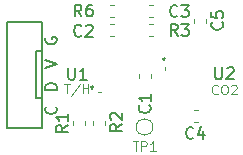
<source format=gto>
G04 #@! TF.GenerationSoftware,KiCad,Pcbnew,(5.1.2)-1*
G04 #@! TF.CreationDate,2020-06-14T00:48:43+09:00*
G04 #@! TF.ProjectId,es,65732e6b-6963-4616-945f-706362585858,v1.0*
G04 #@! TF.SameCoordinates,Original*
G04 #@! TF.FileFunction,Legend,Top*
G04 #@! TF.FilePolarity,Positive*
%FSLAX46Y46*%
G04 Gerber Fmt 4.6, Leading zero omitted, Abs format (unit mm)*
G04 Created by KiCad (PCBNEW (5.1.2)-1) date 2020-06-14 00:48:43*
%MOMM*%
%LPD*%
G04 APERTURE LIST*
%ADD10C,0.120000*%
%ADD11C,0.150000*%
%ADD12C,0.100000*%
%ADD13R,0.352000X0.602000*%
%ADD14R,0.602000X0.352000*%
%ADD15C,0.977000*%
%ADD16C,1.102000*%
%ADD17O,1.902000X1.626000*%
G04 APERTURE END LIST*
D10*
X155373333Y-108771904D02*
X155830476Y-108771904D01*
X155601904Y-109571904D02*
X155601904Y-108771904D01*
X156668571Y-108733809D02*
X155982857Y-109762380D01*
X156935238Y-109571904D02*
X156935238Y-108771904D01*
X156935238Y-109152857D02*
X157392380Y-109152857D01*
X157392380Y-109571904D02*
X157392380Y-108771904D01*
X168367619Y-109585714D02*
X168329523Y-109623809D01*
X168215238Y-109661904D01*
X168139047Y-109661904D01*
X168024761Y-109623809D01*
X167948571Y-109547619D01*
X167910476Y-109471428D01*
X167872380Y-109319047D01*
X167872380Y-109204761D01*
X167910476Y-109052380D01*
X167948571Y-108976190D01*
X168024761Y-108900000D01*
X168139047Y-108861904D01*
X168215238Y-108861904D01*
X168329523Y-108900000D01*
X168367619Y-108938095D01*
X168862857Y-108861904D02*
X169015238Y-108861904D01*
X169091428Y-108900000D01*
X169167619Y-108976190D01*
X169205714Y-109128571D01*
X169205714Y-109395238D01*
X169167619Y-109547619D01*
X169091428Y-109623809D01*
X169015238Y-109661904D01*
X168862857Y-109661904D01*
X168786666Y-109623809D01*
X168710476Y-109547619D01*
X168672380Y-109395238D01*
X168672380Y-109128571D01*
X168710476Y-108976190D01*
X168786666Y-108900000D01*
X168862857Y-108861904D01*
X169510476Y-108938095D02*
X169548571Y-108900000D01*
X169624761Y-108861904D01*
X169815238Y-108861904D01*
X169891428Y-108900000D01*
X169929523Y-108938095D01*
X169967619Y-109014285D01*
X169967619Y-109090476D01*
X169929523Y-109204761D01*
X169472380Y-109661904D01*
X169967619Y-109661904D01*
D11*
X157720000Y-108964285D02*
X157815238Y-109059523D01*
X157720000Y-109154761D01*
X157624761Y-109059523D01*
X157720000Y-108964285D01*
X157720000Y-109154761D01*
X163800000Y-106544285D02*
X163895238Y-106639523D01*
X163800000Y-106734761D01*
X163704761Y-106639523D01*
X163800000Y-106544285D01*
X163800000Y-106734761D01*
D10*
X163910000Y-107350000D02*
X163910000Y-107550000D01*
X159249221Y-103110000D02*
X159574779Y-103110000D01*
X159249221Y-102090000D02*
X159574779Y-102090000D01*
X158820000Y-112264779D02*
X158820000Y-111939221D01*
X157800000Y-112264779D02*
X157800000Y-111939221D01*
X157120000Y-112264779D02*
X157120000Y-111939221D01*
X156100000Y-112264779D02*
X156100000Y-111939221D01*
X158260000Y-109490000D02*
X158460000Y-109490000D01*
X162870000Y-112420000D02*
G75*
G03X162870000Y-112420000I-700000J0D01*
G01*
X162587221Y-104750000D02*
X162912779Y-104750000D01*
X162587221Y-103730000D02*
X162912779Y-103730000D01*
D11*
X153500000Y-103500000D02*
X153500000Y-108000000D01*
X150500000Y-103500000D02*
X153500000Y-103500000D01*
X150500000Y-112500000D02*
X150500000Y-103500000D01*
X153500000Y-112500000D02*
X150500000Y-112500000D01*
X153500000Y-108000000D02*
X153500000Y-112500000D01*
X153000000Y-110000000D02*
X153500000Y-110000000D01*
X153000000Y-106000000D02*
X153000000Y-110000000D01*
X153500000Y-106000000D02*
X153000000Y-106000000D01*
D10*
X167410000Y-103574779D02*
X167410000Y-103249221D01*
X166390000Y-103574779D02*
X166390000Y-103249221D01*
X166345221Y-112010000D02*
X166670779Y-112010000D01*
X166345221Y-110990000D02*
X166670779Y-110990000D01*
X162910779Y-102090000D02*
X162585221Y-102090000D01*
X162910779Y-103110000D02*
X162585221Y-103110000D01*
X159574779Y-103730000D02*
X159249221Y-103730000D01*
X159574779Y-104750000D02*
X159249221Y-104750000D01*
X162760000Y-108272779D02*
X162760000Y-107947221D01*
X161740000Y-108272779D02*
X161740000Y-107947221D01*
D11*
X168158095Y-107362380D02*
X168158095Y-108171904D01*
X168205714Y-108267142D01*
X168253333Y-108314761D01*
X168348571Y-108362380D01*
X168539047Y-108362380D01*
X168634285Y-108314761D01*
X168681904Y-108267142D01*
X168729523Y-108171904D01*
X168729523Y-107362380D01*
X169158095Y-107457619D02*
X169205714Y-107410000D01*
X169300952Y-107362380D01*
X169539047Y-107362380D01*
X169634285Y-107410000D01*
X169681904Y-107457619D01*
X169729523Y-107552857D01*
X169729523Y-107648095D01*
X169681904Y-107790952D01*
X169110476Y-108362380D01*
X169729523Y-108362380D01*
X156832833Y-103052380D02*
X156499500Y-102576190D01*
X156261404Y-103052380D02*
X156261404Y-102052380D01*
X156642357Y-102052380D01*
X156737595Y-102100000D01*
X156785214Y-102147619D01*
X156832833Y-102242857D01*
X156832833Y-102385714D01*
X156785214Y-102480952D01*
X156737595Y-102528571D01*
X156642357Y-102576190D01*
X156261404Y-102576190D01*
X157689976Y-102052380D02*
X157499500Y-102052380D01*
X157404261Y-102100000D01*
X157356642Y-102147619D01*
X157261404Y-102290476D01*
X157213785Y-102480952D01*
X157213785Y-102861904D01*
X157261404Y-102957142D01*
X157309023Y-103004761D01*
X157404261Y-103052380D01*
X157594738Y-103052380D01*
X157689976Y-103004761D01*
X157737595Y-102957142D01*
X157785214Y-102861904D01*
X157785214Y-102623809D01*
X157737595Y-102528571D01*
X157689976Y-102480952D01*
X157594738Y-102433333D01*
X157404261Y-102433333D01*
X157309023Y-102480952D01*
X157261404Y-102528571D01*
X157213785Y-102623809D01*
X160252380Y-112166666D02*
X159776190Y-112500000D01*
X160252380Y-112738095D02*
X159252380Y-112738095D01*
X159252380Y-112357142D01*
X159300000Y-112261904D01*
X159347619Y-112214285D01*
X159442857Y-112166666D01*
X159585714Y-112166666D01*
X159680952Y-112214285D01*
X159728571Y-112261904D01*
X159776190Y-112357142D01*
X159776190Y-112738095D01*
X159347619Y-111785714D02*
X159300000Y-111738095D01*
X159252380Y-111642857D01*
X159252380Y-111404761D01*
X159300000Y-111309523D01*
X159347619Y-111261904D01*
X159442857Y-111214285D01*
X159538095Y-111214285D01*
X159680952Y-111261904D01*
X160252380Y-111833333D01*
X160252380Y-111214285D01*
X155662380Y-112266666D02*
X155186190Y-112600000D01*
X155662380Y-112838095D02*
X154662380Y-112838095D01*
X154662380Y-112457142D01*
X154710000Y-112361904D01*
X154757619Y-112314285D01*
X154852857Y-112266666D01*
X154995714Y-112266666D01*
X155090952Y-112314285D01*
X155138571Y-112361904D01*
X155186190Y-112457142D01*
X155186190Y-112838095D01*
X155662380Y-111314285D02*
X155662380Y-111885714D01*
X155662380Y-111600000D02*
X154662380Y-111600000D01*
X154805238Y-111695238D01*
X154900476Y-111790476D01*
X154948095Y-111885714D01*
X155718095Y-107412380D02*
X155718095Y-108221904D01*
X155765714Y-108317142D01*
X155813333Y-108364761D01*
X155908571Y-108412380D01*
X156099047Y-108412380D01*
X156194285Y-108364761D01*
X156241904Y-108317142D01*
X156289523Y-108221904D01*
X156289523Y-107412380D01*
X157289523Y-108412380D02*
X156718095Y-108412380D01*
X157003809Y-108412380D02*
X157003809Y-107412380D01*
X156908571Y-107555238D01*
X156813333Y-107650476D01*
X156718095Y-107698095D01*
D12*
X161190476Y-113621904D02*
X161647619Y-113621904D01*
X161419047Y-114421904D02*
X161419047Y-113621904D01*
X161914285Y-114421904D02*
X161914285Y-113621904D01*
X162219047Y-113621904D01*
X162295238Y-113660000D01*
X162333333Y-113698095D01*
X162371428Y-113774285D01*
X162371428Y-113888571D01*
X162333333Y-113964761D01*
X162295238Y-114002857D01*
X162219047Y-114040952D01*
X161914285Y-114040952D01*
X163133333Y-114421904D02*
X162676190Y-114421904D01*
X162904761Y-114421904D02*
X162904761Y-113621904D01*
X162828571Y-113736190D01*
X162752380Y-113812380D01*
X162676190Y-113850476D01*
D11*
X164963333Y-104712380D02*
X164630000Y-104236190D01*
X164391904Y-104712380D02*
X164391904Y-103712380D01*
X164772857Y-103712380D01*
X164868095Y-103760000D01*
X164915714Y-103807619D01*
X164963333Y-103902857D01*
X164963333Y-104045714D01*
X164915714Y-104140952D01*
X164868095Y-104188571D01*
X164772857Y-104236190D01*
X164391904Y-104236190D01*
X165296666Y-103712380D02*
X165915714Y-103712380D01*
X165582380Y-104093333D01*
X165725238Y-104093333D01*
X165820476Y-104140952D01*
X165868095Y-104188571D01*
X165915714Y-104283809D01*
X165915714Y-104521904D01*
X165868095Y-104617142D01*
X165820476Y-104664761D01*
X165725238Y-104712380D01*
X165439523Y-104712380D01*
X165344285Y-104664761D01*
X165296666Y-104617142D01*
X153800000Y-104838095D02*
X153752380Y-104933333D01*
X153752380Y-105076190D01*
X153800000Y-105219047D01*
X153895238Y-105314285D01*
X153990476Y-105361904D01*
X154180952Y-105409523D01*
X154323809Y-105409523D01*
X154514285Y-105361904D01*
X154609523Y-105314285D01*
X154704761Y-105219047D01*
X154752380Y-105076190D01*
X154752380Y-104980952D01*
X154704761Y-104838095D01*
X154657142Y-104790476D01*
X154323809Y-104790476D01*
X154323809Y-104980952D01*
X153752380Y-107433333D02*
X154752380Y-107100000D01*
X153752380Y-106766666D01*
X154752380Y-109261904D02*
X153752380Y-109261904D01*
X153752380Y-109023809D01*
X153800000Y-108880952D01*
X153895238Y-108785714D01*
X153990476Y-108738095D01*
X154180952Y-108690476D01*
X154323809Y-108690476D01*
X154514285Y-108738095D01*
X154609523Y-108785714D01*
X154704761Y-108880952D01*
X154752380Y-109023809D01*
X154752380Y-109261904D01*
X154657142Y-110690476D02*
X154704761Y-110738095D01*
X154752380Y-110880952D01*
X154752380Y-110976190D01*
X154704761Y-111119047D01*
X154609523Y-111214285D01*
X154514285Y-111261904D01*
X154323809Y-111309523D01*
X154180952Y-111309523D01*
X153990476Y-111261904D01*
X153895238Y-111214285D01*
X153800000Y-111119047D01*
X153752380Y-110976190D01*
X153752380Y-110880952D01*
X153800000Y-110738095D01*
X153847619Y-110690476D01*
X168727142Y-103541166D02*
X168774761Y-103588785D01*
X168822380Y-103731642D01*
X168822380Y-103826880D01*
X168774761Y-103969738D01*
X168679523Y-104064976D01*
X168584285Y-104112595D01*
X168393809Y-104160214D01*
X168250952Y-104160214D01*
X168060476Y-104112595D01*
X167965238Y-104064976D01*
X167870000Y-103969738D01*
X167822380Y-103826880D01*
X167822380Y-103731642D01*
X167870000Y-103588785D01*
X167917619Y-103541166D01*
X167822380Y-102636404D02*
X167822380Y-103112595D01*
X168298571Y-103160214D01*
X168250952Y-103112595D01*
X168203333Y-103017357D01*
X168203333Y-102779261D01*
X168250952Y-102684023D01*
X168298571Y-102636404D01*
X168393809Y-102588785D01*
X168631904Y-102588785D01*
X168727142Y-102636404D01*
X168774761Y-102684023D01*
X168822380Y-102779261D01*
X168822380Y-103017357D01*
X168774761Y-103112595D01*
X168727142Y-103160214D01*
X166303833Y-113317142D02*
X166256214Y-113364761D01*
X166113357Y-113412380D01*
X166018119Y-113412380D01*
X165875261Y-113364761D01*
X165780023Y-113269523D01*
X165732404Y-113174285D01*
X165684785Y-112983809D01*
X165684785Y-112840952D01*
X165732404Y-112650476D01*
X165780023Y-112555238D01*
X165875261Y-112460000D01*
X166018119Y-112412380D01*
X166113357Y-112412380D01*
X166256214Y-112460000D01*
X166303833Y-112507619D01*
X167160976Y-112745714D02*
X167160976Y-113412380D01*
X166922880Y-112364761D02*
X166684785Y-113079047D01*
X167303833Y-113079047D01*
X164943333Y-102997142D02*
X164895714Y-103044761D01*
X164752857Y-103092380D01*
X164657619Y-103092380D01*
X164514761Y-103044761D01*
X164419523Y-102949523D01*
X164371904Y-102854285D01*
X164324285Y-102663809D01*
X164324285Y-102520952D01*
X164371904Y-102330476D01*
X164419523Y-102235238D01*
X164514761Y-102140000D01*
X164657619Y-102092380D01*
X164752857Y-102092380D01*
X164895714Y-102140000D01*
X164943333Y-102187619D01*
X165276666Y-102092380D02*
X165895714Y-102092380D01*
X165562380Y-102473333D01*
X165705238Y-102473333D01*
X165800476Y-102520952D01*
X165848095Y-102568571D01*
X165895714Y-102663809D01*
X165895714Y-102901904D01*
X165848095Y-102997142D01*
X165800476Y-103044761D01*
X165705238Y-103092380D01*
X165419523Y-103092380D01*
X165324285Y-103044761D01*
X165276666Y-102997142D01*
X156832833Y-104657142D02*
X156785214Y-104704761D01*
X156642357Y-104752380D01*
X156547119Y-104752380D01*
X156404261Y-104704761D01*
X156309023Y-104609523D01*
X156261404Y-104514285D01*
X156213785Y-104323809D01*
X156213785Y-104180952D01*
X156261404Y-103990476D01*
X156309023Y-103895238D01*
X156404261Y-103800000D01*
X156547119Y-103752380D01*
X156642357Y-103752380D01*
X156785214Y-103800000D01*
X156832833Y-103847619D01*
X157213785Y-103847619D02*
X157261404Y-103800000D01*
X157356642Y-103752380D01*
X157594738Y-103752380D01*
X157689976Y-103800000D01*
X157737595Y-103847619D01*
X157785214Y-103942857D01*
X157785214Y-104038095D01*
X157737595Y-104180952D01*
X157166166Y-104752380D01*
X157785214Y-104752380D01*
X162587142Y-110586666D02*
X162634761Y-110634285D01*
X162682380Y-110777142D01*
X162682380Y-110872380D01*
X162634761Y-111015238D01*
X162539523Y-111110476D01*
X162444285Y-111158095D01*
X162253809Y-111205714D01*
X162110952Y-111205714D01*
X161920476Y-111158095D01*
X161825238Y-111110476D01*
X161730000Y-111015238D01*
X161682380Y-110872380D01*
X161682380Y-110777142D01*
X161730000Y-110634285D01*
X161777619Y-110586666D01*
X162682380Y-109634285D02*
X162682380Y-110205714D01*
X162682380Y-109920000D02*
X161682380Y-109920000D01*
X161825238Y-110015238D01*
X161920476Y-110110476D01*
X161968095Y-110205714D01*
%LPC*%
D13*
X164710000Y-106650000D03*
X165710000Y-106650000D03*
X166710000Y-106650000D03*
D14*
X167010000Y-107450000D03*
X167010000Y-107950000D03*
X167010000Y-108450000D03*
D13*
X166710000Y-109250000D03*
X165710000Y-109250000D03*
X164710000Y-109250000D03*
D14*
X164410000Y-108450000D03*
X164410000Y-107950000D03*
X164410000Y-107450000D03*
D12*
G36*
X160467691Y-102075176D02*
G01*
X160491401Y-102078693D01*
X160514652Y-102084517D01*
X160537220Y-102092592D01*
X160558889Y-102102841D01*
X160579448Y-102115164D01*
X160598701Y-102129442D01*
X160616461Y-102145539D01*
X160632558Y-102163299D01*
X160646836Y-102182552D01*
X160659159Y-102203111D01*
X160669408Y-102224780D01*
X160677483Y-102247348D01*
X160683307Y-102270599D01*
X160686824Y-102294309D01*
X160688000Y-102318250D01*
X160688000Y-102881750D01*
X160686824Y-102905691D01*
X160683307Y-102929401D01*
X160677483Y-102952652D01*
X160669408Y-102975220D01*
X160659159Y-102996889D01*
X160646836Y-103017448D01*
X160632558Y-103036701D01*
X160616461Y-103054461D01*
X160598701Y-103070558D01*
X160579448Y-103084836D01*
X160558889Y-103097159D01*
X160537220Y-103107408D01*
X160514652Y-103115483D01*
X160491401Y-103121307D01*
X160467691Y-103124824D01*
X160443750Y-103126000D01*
X159955250Y-103126000D01*
X159931309Y-103124824D01*
X159907599Y-103121307D01*
X159884348Y-103115483D01*
X159861780Y-103107408D01*
X159840111Y-103097159D01*
X159819552Y-103084836D01*
X159800299Y-103070558D01*
X159782539Y-103054461D01*
X159766442Y-103036701D01*
X159752164Y-103017448D01*
X159739841Y-102996889D01*
X159729592Y-102975220D01*
X159721517Y-102952652D01*
X159715693Y-102929401D01*
X159712176Y-102905691D01*
X159711000Y-102881750D01*
X159711000Y-102318250D01*
X159712176Y-102294309D01*
X159715693Y-102270599D01*
X159721517Y-102247348D01*
X159729592Y-102224780D01*
X159739841Y-102203111D01*
X159752164Y-102182552D01*
X159766442Y-102163299D01*
X159782539Y-102145539D01*
X159800299Y-102129442D01*
X159819552Y-102115164D01*
X159840111Y-102102841D01*
X159861780Y-102092592D01*
X159884348Y-102084517D01*
X159907599Y-102078693D01*
X159931309Y-102075176D01*
X159955250Y-102074000D01*
X160443750Y-102074000D01*
X160467691Y-102075176D01*
X160467691Y-102075176D01*
G37*
D15*
X160199500Y-102600000D03*
D12*
G36*
X158892691Y-102075176D02*
G01*
X158916401Y-102078693D01*
X158939652Y-102084517D01*
X158962220Y-102092592D01*
X158983889Y-102102841D01*
X159004448Y-102115164D01*
X159023701Y-102129442D01*
X159041461Y-102145539D01*
X159057558Y-102163299D01*
X159071836Y-102182552D01*
X159084159Y-102203111D01*
X159094408Y-102224780D01*
X159102483Y-102247348D01*
X159108307Y-102270599D01*
X159111824Y-102294309D01*
X159113000Y-102318250D01*
X159113000Y-102881750D01*
X159111824Y-102905691D01*
X159108307Y-102929401D01*
X159102483Y-102952652D01*
X159094408Y-102975220D01*
X159084159Y-102996889D01*
X159071836Y-103017448D01*
X159057558Y-103036701D01*
X159041461Y-103054461D01*
X159023701Y-103070558D01*
X159004448Y-103084836D01*
X158983889Y-103097159D01*
X158962220Y-103107408D01*
X158939652Y-103115483D01*
X158916401Y-103121307D01*
X158892691Y-103124824D01*
X158868750Y-103126000D01*
X158380250Y-103126000D01*
X158356309Y-103124824D01*
X158332599Y-103121307D01*
X158309348Y-103115483D01*
X158286780Y-103107408D01*
X158265111Y-103097159D01*
X158244552Y-103084836D01*
X158225299Y-103070558D01*
X158207539Y-103054461D01*
X158191442Y-103036701D01*
X158177164Y-103017448D01*
X158164841Y-102996889D01*
X158154592Y-102975220D01*
X158146517Y-102952652D01*
X158140693Y-102929401D01*
X158137176Y-102905691D01*
X158136000Y-102881750D01*
X158136000Y-102318250D01*
X158137176Y-102294309D01*
X158140693Y-102270599D01*
X158146517Y-102247348D01*
X158154592Y-102224780D01*
X158164841Y-102203111D01*
X158177164Y-102182552D01*
X158191442Y-102163299D01*
X158207539Y-102145539D01*
X158225299Y-102129442D01*
X158244552Y-102115164D01*
X158265111Y-102102841D01*
X158286780Y-102092592D01*
X158309348Y-102084517D01*
X158332599Y-102078693D01*
X158356309Y-102075176D01*
X158380250Y-102074000D01*
X158868750Y-102074000D01*
X158892691Y-102075176D01*
X158892691Y-102075176D01*
G37*
D15*
X158624500Y-102600000D03*
D12*
G36*
X158615691Y-110827176D02*
G01*
X158639401Y-110830693D01*
X158662652Y-110836517D01*
X158685220Y-110844592D01*
X158706889Y-110854841D01*
X158727448Y-110867164D01*
X158746701Y-110881442D01*
X158764461Y-110897539D01*
X158780558Y-110915299D01*
X158794836Y-110934552D01*
X158807159Y-110955111D01*
X158817408Y-110976780D01*
X158825483Y-110999348D01*
X158831307Y-111022599D01*
X158834824Y-111046309D01*
X158836000Y-111070250D01*
X158836000Y-111558750D01*
X158834824Y-111582691D01*
X158831307Y-111606401D01*
X158825483Y-111629652D01*
X158817408Y-111652220D01*
X158807159Y-111673889D01*
X158794836Y-111694448D01*
X158780558Y-111713701D01*
X158764461Y-111731461D01*
X158746701Y-111747558D01*
X158727448Y-111761836D01*
X158706889Y-111774159D01*
X158685220Y-111784408D01*
X158662652Y-111792483D01*
X158639401Y-111798307D01*
X158615691Y-111801824D01*
X158591750Y-111803000D01*
X158028250Y-111803000D01*
X158004309Y-111801824D01*
X157980599Y-111798307D01*
X157957348Y-111792483D01*
X157934780Y-111784408D01*
X157913111Y-111774159D01*
X157892552Y-111761836D01*
X157873299Y-111747558D01*
X157855539Y-111731461D01*
X157839442Y-111713701D01*
X157825164Y-111694448D01*
X157812841Y-111673889D01*
X157802592Y-111652220D01*
X157794517Y-111629652D01*
X157788693Y-111606401D01*
X157785176Y-111582691D01*
X157784000Y-111558750D01*
X157784000Y-111070250D01*
X157785176Y-111046309D01*
X157788693Y-111022599D01*
X157794517Y-110999348D01*
X157802592Y-110976780D01*
X157812841Y-110955111D01*
X157825164Y-110934552D01*
X157839442Y-110915299D01*
X157855539Y-110897539D01*
X157873299Y-110881442D01*
X157892552Y-110867164D01*
X157913111Y-110854841D01*
X157934780Y-110844592D01*
X157957348Y-110836517D01*
X157980599Y-110830693D01*
X158004309Y-110827176D01*
X158028250Y-110826000D01*
X158591750Y-110826000D01*
X158615691Y-110827176D01*
X158615691Y-110827176D01*
G37*
D15*
X158310000Y-111314500D03*
D12*
G36*
X158615691Y-112402176D02*
G01*
X158639401Y-112405693D01*
X158662652Y-112411517D01*
X158685220Y-112419592D01*
X158706889Y-112429841D01*
X158727448Y-112442164D01*
X158746701Y-112456442D01*
X158764461Y-112472539D01*
X158780558Y-112490299D01*
X158794836Y-112509552D01*
X158807159Y-112530111D01*
X158817408Y-112551780D01*
X158825483Y-112574348D01*
X158831307Y-112597599D01*
X158834824Y-112621309D01*
X158836000Y-112645250D01*
X158836000Y-113133750D01*
X158834824Y-113157691D01*
X158831307Y-113181401D01*
X158825483Y-113204652D01*
X158817408Y-113227220D01*
X158807159Y-113248889D01*
X158794836Y-113269448D01*
X158780558Y-113288701D01*
X158764461Y-113306461D01*
X158746701Y-113322558D01*
X158727448Y-113336836D01*
X158706889Y-113349159D01*
X158685220Y-113359408D01*
X158662652Y-113367483D01*
X158639401Y-113373307D01*
X158615691Y-113376824D01*
X158591750Y-113378000D01*
X158028250Y-113378000D01*
X158004309Y-113376824D01*
X157980599Y-113373307D01*
X157957348Y-113367483D01*
X157934780Y-113359408D01*
X157913111Y-113349159D01*
X157892552Y-113336836D01*
X157873299Y-113322558D01*
X157855539Y-113306461D01*
X157839442Y-113288701D01*
X157825164Y-113269448D01*
X157812841Y-113248889D01*
X157802592Y-113227220D01*
X157794517Y-113204652D01*
X157788693Y-113181401D01*
X157785176Y-113157691D01*
X157784000Y-113133750D01*
X157784000Y-112645250D01*
X157785176Y-112621309D01*
X157788693Y-112597599D01*
X157794517Y-112574348D01*
X157802592Y-112551780D01*
X157812841Y-112530111D01*
X157825164Y-112509552D01*
X157839442Y-112490299D01*
X157855539Y-112472539D01*
X157873299Y-112456442D01*
X157892552Y-112442164D01*
X157913111Y-112429841D01*
X157934780Y-112419592D01*
X157957348Y-112411517D01*
X157980599Y-112405693D01*
X158004309Y-112402176D01*
X158028250Y-112401000D01*
X158591750Y-112401000D01*
X158615691Y-112402176D01*
X158615691Y-112402176D01*
G37*
D15*
X158310000Y-112889500D03*
D12*
G36*
X156915691Y-110827176D02*
G01*
X156939401Y-110830693D01*
X156962652Y-110836517D01*
X156985220Y-110844592D01*
X157006889Y-110854841D01*
X157027448Y-110867164D01*
X157046701Y-110881442D01*
X157064461Y-110897539D01*
X157080558Y-110915299D01*
X157094836Y-110934552D01*
X157107159Y-110955111D01*
X157117408Y-110976780D01*
X157125483Y-110999348D01*
X157131307Y-111022599D01*
X157134824Y-111046309D01*
X157136000Y-111070250D01*
X157136000Y-111558750D01*
X157134824Y-111582691D01*
X157131307Y-111606401D01*
X157125483Y-111629652D01*
X157117408Y-111652220D01*
X157107159Y-111673889D01*
X157094836Y-111694448D01*
X157080558Y-111713701D01*
X157064461Y-111731461D01*
X157046701Y-111747558D01*
X157027448Y-111761836D01*
X157006889Y-111774159D01*
X156985220Y-111784408D01*
X156962652Y-111792483D01*
X156939401Y-111798307D01*
X156915691Y-111801824D01*
X156891750Y-111803000D01*
X156328250Y-111803000D01*
X156304309Y-111801824D01*
X156280599Y-111798307D01*
X156257348Y-111792483D01*
X156234780Y-111784408D01*
X156213111Y-111774159D01*
X156192552Y-111761836D01*
X156173299Y-111747558D01*
X156155539Y-111731461D01*
X156139442Y-111713701D01*
X156125164Y-111694448D01*
X156112841Y-111673889D01*
X156102592Y-111652220D01*
X156094517Y-111629652D01*
X156088693Y-111606401D01*
X156085176Y-111582691D01*
X156084000Y-111558750D01*
X156084000Y-111070250D01*
X156085176Y-111046309D01*
X156088693Y-111022599D01*
X156094517Y-110999348D01*
X156102592Y-110976780D01*
X156112841Y-110955111D01*
X156125164Y-110934552D01*
X156139442Y-110915299D01*
X156155539Y-110897539D01*
X156173299Y-110881442D01*
X156192552Y-110867164D01*
X156213111Y-110854841D01*
X156234780Y-110844592D01*
X156257348Y-110836517D01*
X156280599Y-110830693D01*
X156304309Y-110827176D01*
X156328250Y-110826000D01*
X156891750Y-110826000D01*
X156915691Y-110827176D01*
X156915691Y-110827176D01*
G37*
D15*
X156610000Y-111314500D03*
D12*
G36*
X156915691Y-112402176D02*
G01*
X156939401Y-112405693D01*
X156962652Y-112411517D01*
X156985220Y-112419592D01*
X157006889Y-112429841D01*
X157027448Y-112442164D01*
X157046701Y-112456442D01*
X157064461Y-112472539D01*
X157080558Y-112490299D01*
X157094836Y-112509552D01*
X157107159Y-112530111D01*
X157117408Y-112551780D01*
X157125483Y-112574348D01*
X157131307Y-112597599D01*
X157134824Y-112621309D01*
X157136000Y-112645250D01*
X157136000Y-113133750D01*
X157134824Y-113157691D01*
X157131307Y-113181401D01*
X157125483Y-113204652D01*
X157117408Y-113227220D01*
X157107159Y-113248889D01*
X157094836Y-113269448D01*
X157080558Y-113288701D01*
X157064461Y-113306461D01*
X157046701Y-113322558D01*
X157027448Y-113336836D01*
X157006889Y-113349159D01*
X156985220Y-113359408D01*
X156962652Y-113367483D01*
X156939401Y-113373307D01*
X156915691Y-113376824D01*
X156891750Y-113378000D01*
X156328250Y-113378000D01*
X156304309Y-113376824D01*
X156280599Y-113373307D01*
X156257348Y-113367483D01*
X156234780Y-113359408D01*
X156213111Y-113349159D01*
X156192552Y-113336836D01*
X156173299Y-113322558D01*
X156155539Y-113306461D01*
X156139442Y-113288701D01*
X156125164Y-113269448D01*
X156112841Y-113248889D01*
X156102592Y-113227220D01*
X156094517Y-113204652D01*
X156088693Y-113181401D01*
X156085176Y-113157691D01*
X156084000Y-113133750D01*
X156084000Y-112645250D01*
X156085176Y-112621309D01*
X156088693Y-112597599D01*
X156094517Y-112574348D01*
X156102592Y-112551780D01*
X156112841Y-112530111D01*
X156125164Y-112509552D01*
X156139442Y-112490299D01*
X156155539Y-112472539D01*
X156173299Y-112456442D01*
X156192552Y-112442164D01*
X156213111Y-112429841D01*
X156234780Y-112419592D01*
X156257348Y-112411517D01*
X156280599Y-112405693D01*
X156304309Y-112402176D01*
X156328250Y-112401000D01*
X156891750Y-112401000D01*
X156915691Y-112402176D01*
X156915691Y-112402176D01*
G37*
D15*
X156610000Y-112889500D03*
D13*
X158360000Y-106940000D03*
X159360000Y-106940000D03*
X160360000Y-106940000D03*
X160360000Y-109040000D03*
X159360000Y-109040000D03*
X158360000Y-109040000D03*
D16*
X162170000Y-112420000D03*
D12*
G36*
X163805691Y-103715176D02*
G01*
X163829401Y-103718693D01*
X163852652Y-103724517D01*
X163875220Y-103732592D01*
X163896889Y-103742841D01*
X163917448Y-103755164D01*
X163936701Y-103769442D01*
X163954461Y-103785539D01*
X163970558Y-103803299D01*
X163984836Y-103822552D01*
X163997159Y-103843111D01*
X164007408Y-103864780D01*
X164015483Y-103887348D01*
X164021307Y-103910599D01*
X164024824Y-103934309D01*
X164026000Y-103958250D01*
X164026000Y-104521750D01*
X164024824Y-104545691D01*
X164021307Y-104569401D01*
X164015483Y-104592652D01*
X164007408Y-104615220D01*
X163997159Y-104636889D01*
X163984836Y-104657448D01*
X163970558Y-104676701D01*
X163954461Y-104694461D01*
X163936701Y-104710558D01*
X163917448Y-104724836D01*
X163896889Y-104737159D01*
X163875220Y-104747408D01*
X163852652Y-104755483D01*
X163829401Y-104761307D01*
X163805691Y-104764824D01*
X163781750Y-104766000D01*
X163293250Y-104766000D01*
X163269309Y-104764824D01*
X163245599Y-104761307D01*
X163222348Y-104755483D01*
X163199780Y-104747408D01*
X163178111Y-104737159D01*
X163157552Y-104724836D01*
X163138299Y-104710558D01*
X163120539Y-104694461D01*
X163104442Y-104676701D01*
X163090164Y-104657448D01*
X163077841Y-104636889D01*
X163067592Y-104615220D01*
X163059517Y-104592652D01*
X163053693Y-104569401D01*
X163050176Y-104545691D01*
X163049000Y-104521750D01*
X163049000Y-103958250D01*
X163050176Y-103934309D01*
X163053693Y-103910599D01*
X163059517Y-103887348D01*
X163067592Y-103864780D01*
X163077841Y-103843111D01*
X163090164Y-103822552D01*
X163104442Y-103803299D01*
X163120539Y-103785539D01*
X163138299Y-103769442D01*
X163157552Y-103755164D01*
X163178111Y-103742841D01*
X163199780Y-103732592D01*
X163222348Y-103724517D01*
X163245599Y-103718693D01*
X163269309Y-103715176D01*
X163293250Y-103714000D01*
X163781750Y-103714000D01*
X163805691Y-103715176D01*
X163805691Y-103715176D01*
G37*
D15*
X163537500Y-104240000D03*
D12*
G36*
X162230691Y-103715176D02*
G01*
X162254401Y-103718693D01*
X162277652Y-103724517D01*
X162300220Y-103732592D01*
X162321889Y-103742841D01*
X162342448Y-103755164D01*
X162361701Y-103769442D01*
X162379461Y-103785539D01*
X162395558Y-103803299D01*
X162409836Y-103822552D01*
X162422159Y-103843111D01*
X162432408Y-103864780D01*
X162440483Y-103887348D01*
X162446307Y-103910599D01*
X162449824Y-103934309D01*
X162451000Y-103958250D01*
X162451000Y-104521750D01*
X162449824Y-104545691D01*
X162446307Y-104569401D01*
X162440483Y-104592652D01*
X162432408Y-104615220D01*
X162422159Y-104636889D01*
X162409836Y-104657448D01*
X162395558Y-104676701D01*
X162379461Y-104694461D01*
X162361701Y-104710558D01*
X162342448Y-104724836D01*
X162321889Y-104737159D01*
X162300220Y-104747408D01*
X162277652Y-104755483D01*
X162254401Y-104761307D01*
X162230691Y-104764824D01*
X162206750Y-104766000D01*
X161718250Y-104766000D01*
X161694309Y-104764824D01*
X161670599Y-104761307D01*
X161647348Y-104755483D01*
X161624780Y-104747408D01*
X161603111Y-104737159D01*
X161582552Y-104724836D01*
X161563299Y-104710558D01*
X161545539Y-104694461D01*
X161529442Y-104676701D01*
X161515164Y-104657448D01*
X161502841Y-104636889D01*
X161492592Y-104615220D01*
X161484517Y-104592652D01*
X161478693Y-104569401D01*
X161475176Y-104545691D01*
X161474000Y-104521750D01*
X161474000Y-103958250D01*
X161475176Y-103934309D01*
X161478693Y-103910599D01*
X161484517Y-103887348D01*
X161492592Y-103864780D01*
X161502841Y-103843111D01*
X161515164Y-103822552D01*
X161529442Y-103803299D01*
X161545539Y-103785539D01*
X161563299Y-103769442D01*
X161582552Y-103755164D01*
X161603111Y-103742841D01*
X161624780Y-103732592D01*
X161647348Y-103724517D01*
X161670599Y-103718693D01*
X161694309Y-103715176D01*
X161718250Y-103714000D01*
X162206750Y-103714000D01*
X162230691Y-103715176D01*
X162230691Y-103715176D01*
G37*
D15*
X161962500Y-104240000D03*
D17*
X152000000Y-105000000D03*
X152000000Y-107000000D03*
X152000000Y-109000000D03*
X152000000Y-111000000D03*
D12*
G36*
X167205691Y-102137176D02*
G01*
X167229401Y-102140693D01*
X167252652Y-102146517D01*
X167275220Y-102154592D01*
X167296889Y-102164841D01*
X167317448Y-102177164D01*
X167336701Y-102191442D01*
X167354461Y-102207539D01*
X167370558Y-102225299D01*
X167384836Y-102244552D01*
X167397159Y-102265111D01*
X167407408Y-102286780D01*
X167415483Y-102309348D01*
X167421307Y-102332599D01*
X167424824Y-102356309D01*
X167426000Y-102380250D01*
X167426000Y-102868750D01*
X167424824Y-102892691D01*
X167421307Y-102916401D01*
X167415483Y-102939652D01*
X167407408Y-102962220D01*
X167397159Y-102983889D01*
X167384836Y-103004448D01*
X167370558Y-103023701D01*
X167354461Y-103041461D01*
X167336701Y-103057558D01*
X167317448Y-103071836D01*
X167296889Y-103084159D01*
X167275220Y-103094408D01*
X167252652Y-103102483D01*
X167229401Y-103108307D01*
X167205691Y-103111824D01*
X167181750Y-103113000D01*
X166618250Y-103113000D01*
X166594309Y-103111824D01*
X166570599Y-103108307D01*
X166547348Y-103102483D01*
X166524780Y-103094408D01*
X166503111Y-103084159D01*
X166482552Y-103071836D01*
X166463299Y-103057558D01*
X166445539Y-103041461D01*
X166429442Y-103023701D01*
X166415164Y-103004448D01*
X166402841Y-102983889D01*
X166392592Y-102962220D01*
X166384517Y-102939652D01*
X166378693Y-102916401D01*
X166375176Y-102892691D01*
X166374000Y-102868750D01*
X166374000Y-102380250D01*
X166375176Y-102356309D01*
X166378693Y-102332599D01*
X166384517Y-102309348D01*
X166392592Y-102286780D01*
X166402841Y-102265111D01*
X166415164Y-102244552D01*
X166429442Y-102225299D01*
X166445539Y-102207539D01*
X166463299Y-102191442D01*
X166482552Y-102177164D01*
X166503111Y-102164841D01*
X166524780Y-102154592D01*
X166547348Y-102146517D01*
X166570599Y-102140693D01*
X166594309Y-102137176D01*
X166618250Y-102136000D01*
X167181750Y-102136000D01*
X167205691Y-102137176D01*
X167205691Y-102137176D01*
G37*
D15*
X166900000Y-102624500D03*
D12*
G36*
X167205691Y-103712176D02*
G01*
X167229401Y-103715693D01*
X167252652Y-103721517D01*
X167275220Y-103729592D01*
X167296889Y-103739841D01*
X167317448Y-103752164D01*
X167336701Y-103766442D01*
X167354461Y-103782539D01*
X167370558Y-103800299D01*
X167384836Y-103819552D01*
X167397159Y-103840111D01*
X167407408Y-103861780D01*
X167415483Y-103884348D01*
X167421307Y-103907599D01*
X167424824Y-103931309D01*
X167426000Y-103955250D01*
X167426000Y-104443750D01*
X167424824Y-104467691D01*
X167421307Y-104491401D01*
X167415483Y-104514652D01*
X167407408Y-104537220D01*
X167397159Y-104558889D01*
X167384836Y-104579448D01*
X167370558Y-104598701D01*
X167354461Y-104616461D01*
X167336701Y-104632558D01*
X167317448Y-104646836D01*
X167296889Y-104659159D01*
X167275220Y-104669408D01*
X167252652Y-104677483D01*
X167229401Y-104683307D01*
X167205691Y-104686824D01*
X167181750Y-104688000D01*
X166618250Y-104688000D01*
X166594309Y-104686824D01*
X166570599Y-104683307D01*
X166547348Y-104677483D01*
X166524780Y-104669408D01*
X166503111Y-104659159D01*
X166482552Y-104646836D01*
X166463299Y-104632558D01*
X166445539Y-104616461D01*
X166429442Y-104598701D01*
X166415164Y-104579448D01*
X166402841Y-104558889D01*
X166392592Y-104537220D01*
X166384517Y-104514652D01*
X166378693Y-104491401D01*
X166375176Y-104467691D01*
X166374000Y-104443750D01*
X166374000Y-103955250D01*
X166375176Y-103931309D01*
X166378693Y-103907599D01*
X166384517Y-103884348D01*
X166392592Y-103861780D01*
X166402841Y-103840111D01*
X166415164Y-103819552D01*
X166429442Y-103800299D01*
X166445539Y-103782539D01*
X166463299Y-103766442D01*
X166482552Y-103752164D01*
X166503111Y-103739841D01*
X166524780Y-103729592D01*
X166547348Y-103721517D01*
X166570599Y-103715693D01*
X166594309Y-103712176D01*
X166618250Y-103711000D01*
X167181750Y-103711000D01*
X167205691Y-103712176D01*
X167205691Y-103712176D01*
G37*
D15*
X166900000Y-104199500D03*
D12*
G36*
X167563691Y-110975176D02*
G01*
X167587401Y-110978693D01*
X167610652Y-110984517D01*
X167633220Y-110992592D01*
X167654889Y-111002841D01*
X167675448Y-111015164D01*
X167694701Y-111029442D01*
X167712461Y-111045539D01*
X167728558Y-111063299D01*
X167742836Y-111082552D01*
X167755159Y-111103111D01*
X167765408Y-111124780D01*
X167773483Y-111147348D01*
X167779307Y-111170599D01*
X167782824Y-111194309D01*
X167784000Y-111218250D01*
X167784000Y-111781750D01*
X167782824Y-111805691D01*
X167779307Y-111829401D01*
X167773483Y-111852652D01*
X167765408Y-111875220D01*
X167755159Y-111896889D01*
X167742836Y-111917448D01*
X167728558Y-111936701D01*
X167712461Y-111954461D01*
X167694701Y-111970558D01*
X167675448Y-111984836D01*
X167654889Y-111997159D01*
X167633220Y-112007408D01*
X167610652Y-112015483D01*
X167587401Y-112021307D01*
X167563691Y-112024824D01*
X167539750Y-112026000D01*
X167051250Y-112026000D01*
X167027309Y-112024824D01*
X167003599Y-112021307D01*
X166980348Y-112015483D01*
X166957780Y-112007408D01*
X166936111Y-111997159D01*
X166915552Y-111984836D01*
X166896299Y-111970558D01*
X166878539Y-111954461D01*
X166862442Y-111936701D01*
X166848164Y-111917448D01*
X166835841Y-111896889D01*
X166825592Y-111875220D01*
X166817517Y-111852652D01*
X166811693Y-111829401D01*
X166808176Y-111805691D01*
X166807000Y-111781750D01*
X166807000Y-111218250D01*
X166808176Y-111194309D01*
X166811693Y-111170599D01*
X166817517Y-111147348D01*
X166825592Y-111124780D01*
X166835841Y-111103111D01*
X166848164Y-111082552D01*
X166862442Y-111063299D01*
X166878539Y-111045539D01*
X166896299Y-111029442D01*
X166915552Y-111015164D01*
X166936111Y-111002841D01*
X166957780Y-110992592D01*
X166980348Y-110984517D01*
X167003599Y-110978693D01*
X167027309Y-110975176D01*
X167051250Y-110974000D01*
X167539750Y-110974000D01*
X167563691Y-110975176D01*
X167563691Y-110975176D01*
G37*
D15*
X167295500Y-111500000D03*
D12*
G36*
X165988691Y-110975176D02*
G01*
X166012401Y-110978693D01*
X166035652Y-110984517D01*
X166058220Y-110992592D01*
X166079889Y-111002841D01*
X166100448Y-111015164D01*
X166119701Y-111029442D01*
X166137461Y-111045539D01*
X166153558Y-111063299D01*
X166167836Y-111082552D01*
X166180159Y-111103111D01*
X166190408Y-111124780D01*
X166198483Y-111147348D01*
X166204307Y-111170599D01*
X166207824Y-111194309D01*
X166209000Y-111218250D01*
X166209000Y-111781750D01*
X166207824Y-111805691D01*
X166204307Y-111829401D01*
X166198483Y-111852652D01*
X166190408Y-111875220D01*
X166180159Y-111896889D01*
X166167836Y-111917448D01*
X166153558Y-111936701D01*
X166137461Y-111954461D01*
X166119701Y-111970558D01*
X166100448Y-111984836D01*
X166079889Y-111997159D01*
X166058220Y-112007408D01*
X166035652Y-112015483D01*
X166012401Y-112021307D01*
X165988691Y-112024824D01*
X165964750Y-112026000D01*
X165476250Y-112026000D01*
X165452309Y-112024824D01*
X165428599Y-112021307D01*
X165405348Y-112015483D01*
X165382780Y-112007408D01*
X165361111Y-111997159D01*
X165340552Y-111984836D01*
X165321299Y-111970558D01*
X165303539Y-111954461D01*
X165287442Y-111936701D01*
X165273164Y-111917448D01*
X165260841Y-111896889D01*
X165250592Y-111875220D01*
X165242517Y-111852652D01*
X165236693Y-111829401D01*
X165233176Y-111805691D01*
X165232000Y-111781750D01*
X165232000Y-111218250D01*
X165233176Y-111194309D01*
X165236693Y-111170599D01*
X165242517Y-111147348D01*
X165250592Y-111124780D01*
X165260841Y-111103111D01*
X165273164Y-111082552D01*
X165287442Y-111063299D01*
X165303539Y-111045539D01*
X165321299Y-111029442D01*
X165340552Y-111015164D01*
X165361111Y-111002841D01*
X165382780Y-110992592D01*
X165405348Y-110984517D01*
X165428599Y-110978693D01*
X165452309Y-110975176D01*
X165476250Y-110974000D01*
X165964750Y-110974000D01*
X165988691Y-110975176D01*
X165988691Y-110975176D01*
G37*
D15*
X165720500Y-111500000D03*
D12*
G36*
X162228691Y-102075176D02*
G01*
X162252401Y-102078693D01*
X162275652Y-102084517D01*
X162298220Y-102092592D01*
X162319889Y-102102841D01*
X162340448Y-102115164D01*
X162359701Y-102129442D01*
X162377461Y-102145539D01*
X162393558Y-102163299D01*
X162407836Y-102182552D01*
X162420159Y-102203111D01*
X162430408Y-102224780D01*
X162438483Y-102247348D01*
X162444307Y-102270599D01*
X162447824Y-102294309D01*
X162449000Y-102318250D01*
X162449000Y-102881750D01*
X162447824Y-102905691D01*
X162444307Y-102929401D01*
X162438483Y-102952652D01*
X162430408Y-102975220D01*
X162420159Y-102996889D01*
X162407836Y-103017448D01*
X162393558Y-103036701D01*
X162377461Y-103054461D01*
X162359701Y-103070558D01*
X162340448Y-103084836D01*
X162319889Y-103097159D01*
X162298220Y-103107408D01*
X162275652Y-103115483D01*
X162252401Y-103121307D01*
X162228691Y-103124824D01*
X162204750Y-103126000D01*
X161716250Y-103126000D01*
X161692309Y-103124824D01*
X161668599Y-103121307D01*
X161645348Y-103115483D01*
X161622780Y-103107408D01*
X161601111Y-103097159D01*
X161580552Y-103084836D01*
X161561299Y-103070558D01*
X161543539Y-103054461D01*
X161527442Y-103036701D01*
X161513164Y-103017448D01*
X161500841Y-102996889D01*
X161490592Y-102975220D01*
X161482517Y-102952652D01*
X161476693Y-102929401D01*
X161473176Y-102905691D01*
X161472000Y-102881750D01*
X161472000Y-102318250D01*
X161473176Y-102294309D01*
X161476693Y-102270599D01*
X161482517Y-102247348D01*
X161490592Y-102224780D01*
X161500841Y-102203111D01*
X161513164Y-102182552D01*
X161527442Y-102163299D01*
X161543539Y-102145539D01*
X161561299Y-102129442D01*
X161580552Y-102115164D01*
X161601111Y-102102841D01*
X161622780Y-102092592D01*
X161645348Y-102084517D01*
X161668599Y-102078693D01*
X161692309Y-102075176D01*
X161716250Y-102074000D01*
X162204750Y-102074000D01*
X162228691Y-102075176D01*
X162228691Y-102075176D01*
G37*
D15*
X161960500Y-102600000D03*
D12*
G36*
X163803691Y-102075176D02*
G01*
X163827401Y-102078693D01*
X163850652Y-102084517D01*
X163873220Y-102092592D01*
X163894889Y-102102841D01*
X163915448Y-102115164D01*
X163934701Y-102129442D01*
X163952461Y-102145539D01*
X163968558Y-102163299D01*
X163982836Y-102182552D01*
X163995159Y-102203111D01*
X164005408Y-102224780D01*
X164013483Y-102247348D01*
X164019307Y-102270599D01*
X164022824Y-102294309D01*
X164024000Y-102318250D01*
X164024000Y-102881750D01*
X164022824Y-102905691D01*
X164019307Y-102929401D01*
X164013483Y-102952652D01*
X164005408Y-102975220D01*
X163995159Y-102996889D01*
X163982836Y-103017448D01*
X163968558Y-103036701D01*
X163952461Y-103054461D01*
X163934701Y-103070558D01*
X163915448Y-103084836D01*
X163894889Y-103097159D01*
X163873220Y-103107408D01*
X163850652Y-103115483D01*
X163827401Y-103121307D01*
X163803691Y-103124824D01*
X163779750Y-103126000D01*
X163291250Y-103126000D01*
X163267309Y-103124824D01*
X163243599Y-103121307D01*
X163220348Y-103115483D01*
X163197780Y-103107408D01*
X163176111Y-103097159D01*
X163155552Y-103084836D01*
X163136299Y-103070558D01*
X163118539Y-103054461D01*
X163102442Y-103036701D01*
X163088164Y-103017448D01*
X163075841Y-102996889D01*
X163065592Y-102975220D01*
X163057517Y-102952652D01*
X163051693Y-102929401D01*
X163048176Y-102905691D01*
X163047000Y-102881750D01*
X163047000Y-102318250D01*
X163048176Y-102294309D01*
X163051693Y-102270599D01*
X163057517Y-102247348D01*
X163065592Y-102224780D01*
X163075841Y-102203111D01*
X163088164Y-102182552D01*
X163102442Y-102163299D01*
X163118539Y-102145539D01*
X163136299Y-102129442D01*
X163155552Y-102115164D01*
X163176111Y-102102841D01*
X163197780Y-102092592D01*
X163220348Y-102084517D01*
X163243599Y-102078693D01*
X163267309Y-102075176D01*
X163291250Y-102074000D01*
X163779750Y-102074000D01*
X163803691Y-102075176D01*
X163803691Y-102075176D01*
G37*
D15*
X163535500Y-102600000D03*
D12*
G36*
X158892691Y-103715176D02*
G01*
X158916401Y-103718693D01*
X158939652Y-103724517D01*
X158962220Y-103732592D01*
X158983889Y-103742841D01*
X159004448Y-103755164D01*
X159023701Y-103769442D01*
X159041461Y-103785539D01*
X159057558Y-103803299D01*
X159071836Y-103822552D01*
X159084159Y-103843111D01*
X159094408Y-103864780D01*
X159102483Y-103887348D01*
X159108307Y-103910599D01*
X159111824Y-103934309D01*
X159113000Y-103958250D01*
X159113000Y-104521750D01*
X159111824Y-104545691D01*
X159108307Y-104569401D01*
X159102483Y-104592652D01*
X159094408Y-104615220D01*
X159084159Y-104636889D01*
X159071836Y-104657448D01*
X159057558Y-104676701D01*
X159041461Y-104694461D01*
X159023701Y-104710558D01*
X159004448Y-104724836D01*
X158983889Y-104737159D01*
X158962220Y-104747408D01*
X158939652Y-104755483D01*
X158916401Y-104761307D01*
X158892691Y-104764824D01*
X158868750Y-104766000D01*
X158380250Y-104766000D01*
X158356309Y-104764824D01*
X158332599Y-104761307D01*
X158309348Y-104755483D01*
X158286780Y-104747408D01*
X158265111Y-104737159D01*
X158244552Y-104724836D01*
X158225299Y-104710558D01*
X158207539Y-104694461D01*
X158191442Y-104676701D01*
X158177164Y-104657448D01*
X158164841Y-104636889D01*
X158154592Y-104615220D01*
X158146517Y-104592652D01*
X158140693Y-104569401D01*
X158137176Y-104545691D01*
X158136000Y-104521750D01*
X158136000Y-103958250D01*
X158137176Y-103934309D01*
X158140693Y-103910599D01*
X158146517Y-103887348D01*
X158154592Y-103864780D01*
X158164841Y-103843111D01*
X158177164Y-103822552D01*
X158191442Y-103803299D01*
X158207539Y-103785539D01*
X158225299Y-103769442D01*
X158244552Y-103755164D01*
X158265111Y-103742841D01*
X158286780Y-103732592D01*
X158309348Y-103724517D01*
X158332599Y-103718693D01*
X158356309Y-103715176D01*
X158380250Y-103714000D01*
X158868750Y-103714000D01*
X158892691Y-103715176D01*
X158892691Y-103715176D01*
G37*
D15*
X158624500Y-104240000D03*
D12*
G36*
X160467691Y-103715176D02*
G01*
X160491401Y-103718693D01*
X160514652Y-103724517D01*
X160537220Y-103732592D01*
X160558889Y-103742841D01*
X160579448Y-103755164D01*
X160598701Y-103769442D01*
X160616461Y-103785539D01*
X160632558Y-103803299D01*
X160646836Y-103822552D01*
X160659159Y-103843111D01*
X160669408Y-103864780D01*
X160677483Y-103887348D01*
X160683307Y-103910599D01*
X160686824Y-103934309D01*
X160688000Y-103958250D01*
X160688000Y-104521750D01*
X160686824Y-104545691D01*
X160683307Y-104569401D01*
X160677483Y-104592652D01*
X160669408Y-104615220D01*
X160659159Y-104636889D01*
X160646836Y-104657448D01*
X160632558Y-104676701D01*
X160616461Y-104694461D01*
X160598701Y-104710558D01*
X160579448Y-104724836D01*
X160558889Y-104737159D01*
X160537220Y-104747408D01*
X160514652Y-104755483D01*
X160491401Y-104761307D01*
X160467691Y-104764824D01*
X160443750Y-104766000D01*
X159955250Y-104766000D01*
X159931309Y-104764824D01*
X159907599Y-104761307D01*
X159884348Y-104755483D01*
X159861780Y-104747408D01*
X159840111Y-104737159D01*
X159819552Y-104724836D01*
X159800299Y-104710558D01*
X159782539Y-104694461D01*
X159766442Y-104676701D01*
X159752164Y-104657448D01*
X159739841Y-104636889D01*
X159729592Y-104615220D01*
X159721517Y-104592652D01*
X159715693Y-104569401D01*
X159712176Y-104545691D01*
X159711000Y-104521750D01*
X159711000Y-103958250D01*
X159712176Y-103934309D01*
X159715693Y-103910599D01*
X159721517Y-103887348D01*
X159729592Y-103864780D01*
X159739841Y-103843111D01*
X159752164Y-103822552D01*
X159766442Y-103803299D01*
X159782539Y-103785539D01*
X159800299Y-103769442D01*
X159819552Y-103755164D01*
X159840111Y-103742841D01*
X159861780Y-103732592D01*
X159884348Y-103724517D01*
X159907599Y-103718693D01*
X159931309Y-103715176D01*
X159955250Y-103714000D01*
X160443750Y-103714000D01*
X160467691Y-103715176D01*
X160467691Y-103715176D01*
G37*
D15*
X160199500Y-104240000D03*
D12*
G36*
X162555691Y-106835176D02*
G01*
X162579401Y-106838693D01*
X162602652Y-106844517D01*
X162625220Y-106852592D01*
X162646889Y-106862841D01*
X162667448Y-106875164D01*
X162686701Y-106889442D01*
X162704461Y-106905539D01*
X162720558Y-106923299D01*
X162734836Y-106942552D01*
X162747159Y-106963111D01*
X162757408Y-106984780D01*
X162765483Y-107007348D01*
X162771307Y-107030599D01*
X162774824Y-107054309D01*
X162776000Y-107078250D01*
X162776000Y-107566750D01*
X162774824Y-107590691D01*
X162771307Y-107614401D01*
X162765483Y-107637652D01*
X162757408Y-107660220D01*
X162747159Y-107681889D01*
X162734836Y-107702448D01*
X162720558Y-107721701D01*
X162704461Y-107739461D01*
X162686701Y-107755558D01*
X162667448Y-107769836D01*
X162646889Y-107782159D01*
X162625220Y-107792408D01*
X162602652Y-107800483D01*
X162579401Y-107806307D01*
X162555691Y-107809824D01*
X162531750Y-107811000D01*
X161968250Y-107811000D01*
X161944309Y-107809824D01*
X161920599Y-107806307D01*
X161897348Y-107800483D01*
X161874780Y-107792408D01*
X161853111Y-107782159D01*
X161832552Y-107769836D01*
X161813299Y-107755558D01*
X161795539Y-107739461D01*
X161779442Y-107721701D01*
X161765164Y-107702448D01*
X161752841Y-107681889D01*
X161742592Y-107660220D01*
X161734517Y-107637652D01*
X161728693Y-107614401D01*
X161725176Y-107590691D01*
X161724000Y-107566750D01*
X161724000Y-107078250D01*
X161725176Y-107054309D01*
X161728693Y-107030599D01*
X161734517Y-107007348D01*
X161742592Y-106984780D01*
X161752841Y-106963111D01*
X161765164Y-106942552D01*
X161779442Y-106923299D01*
X161795539Y-106905539D01*
X161813299Y-106889442D01*
X161832552Y-106875164D01*
X161853111Y-106862841D01*
X161874780Y-106852592D01*
X161897348Y-106844517D01*
X161920599Y-106838693D01*
X161944309Y-106835176D01*
X161968250Y-106834000D01*
X162531750Y-106834000D01*
X162555691Y-106835176D01*
X162555691Y-106835176D01*
G37*
D15*
X162250000Y-107322500D03*
D12*
G36*
X162555691Y-108410176D02*
G01*
X162579401Y-108413693D01*
X162602652Y-108419517D01*
X162625220Y-108427592D01*
X162646889Y-108437841D01*
X162667448Y-108450164D01*
X162686701Y-108464442D01*
X162704461Y-108480539D01*
X162720558Y-108498299D01*
X162734836Y-108517552D01*
X162747159Y-108538111D01*
X162757408Y-108559780D01*
X162765483Y-108582348D01*
X162771307Y-108605599D01*
X162774824Y-108629309D01*
X162776000Y-108653250D01*
X162776000Y-109141750D01*
X162774824Y-109165691D01*
X162771307Y-109189401D01*
X162765483Y-109212652D01*
X162757408Y-109235220D01*
X162747159Y-109256889D01*
X162734836Y-109277448D01*
X162720558Y-109296701D01*
X162704461Y-109314461D01*
X162686701Y-109330558D01*
X162667448Y-109344836D01*
X162646889Y-109357159D01*
X162625220Y-109367408D01*
X162602652Y-109375483D01*
X162579401Y-109381307D01*
X162555691Y-109384824D01*
X162531750Y-109386000D01*
X161968250Y-109386000D01*
X161944309Y-109384824D01*
X161920599Y-109381307D01*
X161897348Y-109375483D01*
X161874780Y-109367408D01*
X161853111Y-109357159D01*
X161832552Y-109344836D01*
X161813299Y-109330558D01*
X161795539Y-109314461D01*
X161779442Y-109296701D01*
X161765164Y-109277448D01*
X161752841Y-109256889D01*
X161742592Y-109235220D01*
X161734517Y-109212652D01*
X161728693Y-109189401D01*
X161725176Y-109165691D01*
X161724000Y-109141750D01*
X161724000Y-108653250D01*
X161725176Y-108629309D01*
X161728693Y-108605599D01*
X161734517Y-108582348D01*
X161742592Y-108559780D01*
X161752841Y-108538111D01*
X161765164Y-108517552D01*
X161779442Y-108498299D01*
X161795539Y-108480539D01*
X161813299Y-108464442D01*
X161832552Y-108450164D01*
X161853111Y-108437841D01*
X161874780Y-108427592D01*
X161897348Y-108419517D01*
X161920599Y-108413693D01*
X161944309Y-108410176D01*
X161968250Y-108409000D01*
X162531750Y-108409000D01*
X162555691Y-108410176D01*
X162555691Y-108410176D01*
G37*
D15*
X162250000Y-108897500D03*
M02*

</source>
